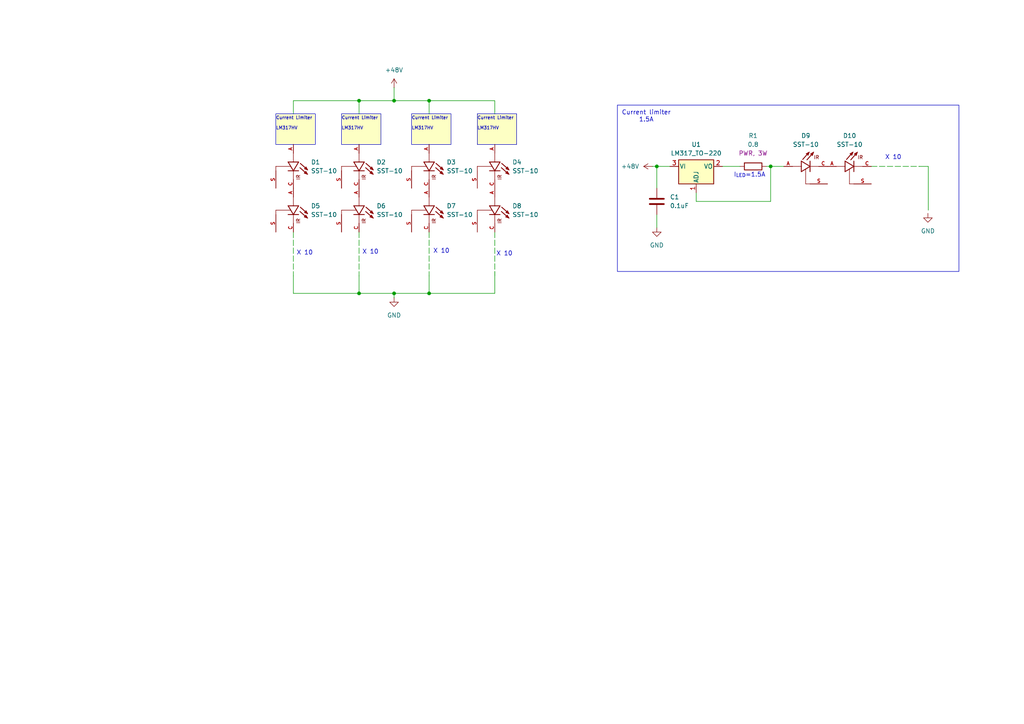
<source format=kicad_sch>
(kicad_sch (version 20231120) (generator "eeschema") (generator_version "8.0")
  (paper "A4")
  (lib_symbols
    (symbol "CE_SCH:SST-10-IRD-B90H-S810" (pin_names (offset 1.016))
      (property "Reference" "D" (at -7.62 5.08 0))
      (property "Value" "SST-10-IRD-B90H-S810" (at -7.62 -7.62 0))
      (symbol "SST-10-IRD-B90H-S810_0_0"
        (polyline (pts (xy -2.54 -1.524) (xy 0 0)) (stroke (width 0.254)))
        (polyline (pts (xy -2.54 0) (xy -5.08 0)) (stroke (width 0.1524)))
        (polyline (pts (xy -2.54 0) (xy -2.54 -1.524)) (stroke (width 0.254)))
        (polyline (pts (xy -2.54 1.524) (xy -2.54 0)) (stroke (width 0.254)))
        (polyline (pts (xy -1.27 -5.08) (xy -1.27 -0.7112)) (stroke (width 0.1524)))
        (polyline (pts (xy -0.3556 4.0386) (xy -2.1336 2.0066)) (stroke (width 0.254)))
        (polyline (pts (xy 0 -5.08) (xy -1.27 -5.08)) (stroke (width 0.1524)))
        (polyline (pts (xy 0 0) (xy -2.54 1.524)) (stroke (width 0.254)))
        (polyline (pts (xy 0 0) (xy 0 -1.524)) (stroke (width 0.254)))
        (polyline (pts (xy 0 1.524) (xy 0 0)) (stroke (width 0.254)))
        (polyline (pts (xy 0.889 3.937) (xy -0.889 1.905)) (stroke (width 0.254)))
        (polyline (pts (xy 2.54 0) (xy 0 0)) (stroke (width 0.1524)))
        (polyline (pts (xy -1.143 3.683) (xy -0.5715 3.175) (xy -0.1905 4.191) (xy -1.143 3.683)) (stroke (width 0.1524)) (fill (type outline)))
        (polyline (pts (xy 0.127 3.6195) (xy 0.6985 3.1115) (xy 1.0795 4.191) (xy 0.127 3.6195)) (stroke (width 0.1524)) (fill (type outline)))
        (text "IR" (at 1.016 2.032 0) (effects (font (size 1.016 1.016)) (justify left bottom)))
        (pin passive line (at -7.62 0 0) (length 2.54) (name "~") (number "A"))
        (pin passive line (at 5.08 0 180) (length 2.54) (name "~") (number "C"))
        (pin passive line (at 5.08 -5.08 180) (length 5.08) (name "~") (number "S"))
      )
    )
    (symbol "Device:C" (pin_numbers hide) (pin_names (offset 0.254))
      (property "Reference" "C" (at 0.635 2.54 0))
      (property "Value" "C" (at 0.635 -2.54 0))
      (symbol "C_0_1"
        (polyline (pts (xy -2.032 -0.762) (xy 2.032 -0.762)) (stroke (width 0.508)))
        (polyline (pts (xy -2.032 0.762) (xy 2.032 0.762)) (stroke (width 0.508)))
      )
      (symbol "C_1_1"
        (pin passive line (at 0 3.81 270) (length 2.794) (name "~") (number "1"))
        (pin passive line (at 0 -3.81 90) (length 2.794) (name "~") (number "2"))
      )
    )
    (symbol "Device:R" (pin_numbers hide) (pin_names (offset 0))
      (property "Reference" "R" (at 2.032 0 90))
      (property "Value" "R" (at 0 0 90))
      (symbol "R_0_1"
        (rectangle (start -1.016 -2.54) (end 1.016 2.54) (stroke (width 0.254)))
      )
      (symbol "R_1_1"
        (pin passive line (at 0 3.81 270) (length 1.27) (name "~") (number "1"))
        (pin passive line (at 0 -3.81 90) (length 1.27) (name "~") (number "2"))
      )
    )
    (symbol "Regulator_Linear:LM317_TO-220" (pin_names (offset 0.254))
      (property "Reference" "U" (at -3.81 3.175 0))
      (property "Value" "LM317_TO-220" (at 0 3.175 0))
      (symbol "LM317_TO-220_0_1"
        (rectangle (start -5.08 1.905) (end 5.08 -5.08) (stroke (width 0.254)) (fill (type background)))
      )
      (symbol "LM317_TO-220_1_1"
        (pin input line (at 0 -7.62 90) (length 2.54) (name "ADJ") (number "1"))
        (pin power_out line (at 7.62 0 180) (length 2.54) (name "VO") (number "2"))
        (pin power_in line (at -7.62 0 0) (length 2.54) (name "VI") (number "3"))
      )
    )
    (symbol "power:+48V" (power) (pin_numbers hide) (pin_names (offset 0) hide)
      (property "Value" "+48V" (at 0 3.556 0))
      (symbol "+48V_0_1"
        (polyline (pts (xy -0.762 1.27) (xy 0 2.54)))
        (polyline (pts (xy 0 0) (xy 0 2.54)))
        (polyline (pts (xy 0 2.54) (xy 0.762 1.27)))
      )
      (symbol "+48V_1_1"
        (pin power_in line (at 0 0 90) (length 0) (name "~") (number "1"))
      )
    )
    (symbol "power:GND" (power) (pin_numbers hide) (pin_names (offset 0) hide)
      (property "Value" "GND" (at 0 -3.81 0))
      (symbol "GND_0_1"
        (polyline (pts (xy 0 0) (xy 0 -1.27) (xy 1.27 -1.27) (xy 0 -2.54) (xy -1.27 -1.27) (xy 0 -1.27)))
      )
      (symbol "GND_1_1"
        (pin power_in line (at 0 0 270) (length 0) (name "~") (number "1"))
      )
    )
    (symbol "power:VCC" (power) (pin_numbers hide) (pin_names (offset 0) hide)
      (property "Value" "VCC" (at 0 3.556 0))
      (symbol "VCC_0_1"
        (polyline (pts (xy -0.762 1.27) (xy 0 2.54)))
        (polyline (pts (xy 0 0) (xy 0 2.54)))
        (polyline (pts (xy 0 2.54) (xy 0.762 1.27)))
      )
      (symbol "VCC_1_1"
        (pin power_in line (at 0 0 90) (length 0) (name "~") (number "1"))
      )
    )
  )
  (junction (at 104.14 85.09))
  (junction (at 104.14 29.21))
  (junction (at 190.5 48.26))
  (junction (at 124.46 85.09))
  (junction (at 114.3 29.21))
  (junction (at 114.3 85.09))
  (junction (at 223.52 48.26))
  (junction (at 124.46 29.21))
  (wire (pts (xy 143.51 85.09) (xy 124.46 85.09)))
  (wire (pts (xy 124.46 29.21) (xy 124.46 33.02)))
  (wire (pts (xy 104.14 29.21) (xy 104.14 33.02)))
  (wire (pts (xy 223.52 58.42) (xy 223.52 48.26)))
  (wire (pts (xy 85.09 67.31) (xy 85.09 80.01)) (stroke (width 0) (type dash)))
  (wire (pts (xy 124.46 80.01) (xy 124.46 85.09)))
  (wire (pts (xy 201.93 58.42) (xy 223.52 58.42)))
  (wire (pts (xy 85.09 85.09) (xy 85.09 80.01)))
  (wire (pts (xy 223.52 48.26) (xy 222.25 48.26)))
  (wire (pts (xy 190.5 48.26) (xy 194.31 48.26)))
  (wire (pts (xy 189.23 48.26) (xy 190.5 48.26)))
  (wire (pts (xy 114.3 85.09) (xy 104.14 85.09)))
  (wire (pts (xy 124.46 85.09) (xy 114.3 85.09)))
  (wire (pts (xy 104.14 29.21) (xy 85.09 29.21)))
  (wire (pts (xy 104.14 85.09) (xy 85.09 85.09)))
  (wire (pts (xy 223.52 48.26) (xy 227.33 48.26)))
  (wire (pts (xy 114.3 29.21) (xy 124.46 29.21)))
  (wire (pts (xy 209.55 48.26) (xy 214.63 48.26)))
  (wire (pts (xy 114.3 85.09) (xy 114.3 86.36)))
  (wire (pts (xy 114.3 29.21) (xy 104.14 29.21)))
  (wire (pts (xy 85.09 29.21) (xy 85.09 33.02)))
  (wire (pts (xy 143.51 78.74) (xy 143.51 85.09)))
  (wire (pts (xy 190.5 48.26) (xy 190.5 54.61)))
  (wire (pts (xy 269.24 48.26) (xy 266.7 48.26)))
  (wire (pts (xy 143.51 67.31) (xy 143.51 80.01)) (stroke (width 0) (type dash)))
  (wire (pts (xy 190.5 62.23) (xy 190.5 66.04)))
  (wire (pts (xy 269.24 60.96) (xy 269.24 48.26)))
  (wire (pts (xy 114.3 25.4) (xy 114.3 29.21)))
  (wire (pts (xy 252.73 48.26) (xy 266.7 48.26)) (stroke (width 0) (type dash)))
  (wire (pts (xy 143.51 29.21) (xy 143.51 33.02)))
  (wire (pts (xy 124.46 29.21) (xy 143.51 29.21)))
  (wire (pts (xy 104.14 67.31) (xy 104.14 80.01)) (stroke (width 0) (type dash)))
  (wire (pts (xy 104.14 80.01) (xy 104.14 85.09)))
  (wire (pts (xy 124.46 67.31) (xy 124.46 80.01)) (stroke (width 0) (type dash)))
  (wire (pts (xy 201.93 55.88) (xy 201.93 58.42)))
  (rectangle (start 179.07 30.48) (end 278.13 78.74))
  (rectangle (start 119.38 33.02) (end 130.81 41.91) (fill (type color) (color 253 255 196 1)))
  (rectangle (start 138.43 33.02) (end 149.86 41.91) (fill (type color) (color 253 255 196 1)))
  (rectangle (start 80.01 33.02) (end 91.44 41.91) (fill (type color) (color 253 255 196 1)))
  (rectangle (start 99.06 33.02) (end 110.49 41.91) (fill (type color) (color 253 255 196 1)))
  (text "I_{LED}=1.5A" (at 217.424 50.8 0) (effects (font (size 1.27 1.27))))
  (text "X 10" (at 88.392 73.406 0) (effects (font (size 1.27 1.27))))
  (text "X 10" (at 146.304 73.66 0) (effects (font (size 1.27 1.27))))
  (text "X 10" (at 128.016 72.898 0) (effects (font (size 1.27 1.27))))
  (text "Current Limiter\n\nLM317HV" (at 138.43 35.814 0) (effects (font (size 0.9144 0.9144)) (justify left)))
  (text "Current Limiter\n\nLM317HV" (at 80.01 35.814 0) (effects (font (size 0.9144 0.9144)) (justify left)))
  (text "X 10" (at 259.08 45.72 0) (effects (font (size 1.27 1.27))))
  (text "Current Limiter\n\nLM317HV" (at 119.38 35.814 0) (effects (font (size 0.9144 0.9144)) (justify left)))
  (text "Current Limiter\n\nLM317HV" (at 99.06 35.814 0) (effects (font (size 0.9144 0.9144)) (justify left)))
  (text "Current limiter\n1.5A" (at 187.452 33.782 0) (effects (font (size 1.27 1.27))))
  (text "X 10" (at 107.442 73.152 0) (effects (font (size 1.27 1.27))))
  (symbol (lib_id "Device:R") (at 218.44 48.26 90) (unit 1)
    (property "Reference" "R1" (at 218.44 39.37 90))
    (property "Value" "0.8" (at 218.44 41.91 90))
    (property "Datasheet" "PWR, 3W" (at 218.44 44.45 90))
    (property "Description" "Resistor" (effects (hide yes)))
  )
  (symbol (lib_id "CE_SCH:SST-10-IRD-B90H-S810") (at 85.09 62.23 270) (unit 1)
    (property "Reference" "D5" (at 90.17 59.7286 90) (effects (justify left)))
    (property "Value" "SST-10" (at 90.17 62.2686 90) (effects (justify left)))
    (property "Footprint" "CE_FP:LED_SST-10-IRD-B90H-S810" (effects (hide yes)))
    (property "MF" "Luminus Devices Inc." (effects (hide yes)))
    (property "MAXIMUM_PACKAGE_HEIGHT" "2.33 mm" (effects (hide yes)))
    (property "Package" "NON-STANDARD-3 Luminus Devices" (effects (hide yes)))
    (property "Price" "None" (effects (hide yes)))
    (property "Check_prices" "https://www.snapeda.com/parts/SST-10-IRD-B90H-S810/Luminus+Devices+Inc./view-part/?ref=eda" (effects (hide yes)))
    (property "STANDARD" "Manufacturer Recommendations" (effects (hide yes)))
    (property "PARTREV" "Rev 02" (effects (hide yes)))
    (property "SnapEDA_Link" "https://www.snapeda.com/parts/SST-10-IRD-B90H-S810/Luminus+Devices+Inc./view-part/?ref=snap" (effects (hide yes)))
    (property "MP" "SST-10-IRD-B90H-S810" (effects (hide yes)))
    (property "Purchase-URL" "https://www.snapeda.com/api/url_track_click_mouser/?unipart_id=6324441&manufacturer=Luminus Devices Inc.&part_name=SST-10-IRD-B90H-S810&search_term=None" (effects (hide yes)))
    (property "Description_1" "\nInfrared (IR) Emitter 810nm 3V 350mA 535mW @ 350mA (Typ) 90, 3.5mm x 3.5mm\n" (effects (hide yes)))
    (property "MANUFACTURER" "Luminus" (effects (hide yes)))
    (property "Availability" "In Stock" (effects (hide yes)))
    (property "SNAPEDA_PN" "SST-10-IRD-B90H-S810" (effects (hide yes)))
  )
  (symbol (lib_id "CE_SCH:SST-10-IRD-B90H-S810") (at 104.14 49.53 270) (unit 1)
    (property "Reference" "D2" (at 109.22 47.0286 90) (effects (justify left)))
    (property "Value" "SST-10" (at 109.22 49.5686 90) (effects (justify left)))
    (property "Footprint" "CE_FP:LED_SST-10-IRD-B90H-S810" (effects (hide yes)))
    (property "MF" "Luminus Devices Inc." (effects (hide yes)))
    (property "MAXIMUM_PACKAGE_HEIGHT" "2.33 mm" (effects (hide yes)))
    (property "Package" "NON-STANDARD-3 Luminus Devices" (effects (hide yes)))
    (property "Price" "None" (effects (hide yes)))
    (property "Check_prices" "https://www.snapeda.com/parts/SST-10-IRD-B90H-S810/Luminus+Devices+Inc./view-part/?ref=eda" (effects (hide yes)))
    (property "STANDARD" "Manufacturer Recommendations" (effects (hide yes)))
    (property "PARTREV" "Rev 02" (effects (hide yes)))
    (property "SnapEDA_Link" "https://www.snapeda.com/parts/SST-10-IRD-B90H-S810/Luminus+Devices+Inc./view-part/?ref=snap" (effects (hide yes)))
    (property "MP" "SST-10-IRD-B90H-S810" (effects (hide yes)))
    (property "Purchase-URL" "https://www.snapeda.com/api/url_track_click_mouser/?unipart_id=6324441&manufacturer=Luminus Devices Inc.&part_name=SST-10-IRD-B90H-S810&search_term=None" (effects (hide yes)))
    (property "Description_1" "\nInfrared (IR) Emitter 810nm 3V 350mA 535mW @ 350mA (Typ) 90, 3.5mm x 3.5mm\n" (effects (hide yes)))
    (property "MANUFACTURER" "Luminus" (effects (hide yes)))
    (property "Availability" "In Stock" (effects (hide yes)))
    (property "SNAPEDA_PN" "SST-10-IRD-B90H-S810" (effects (hide yes)))
  )
  (symbol (lib_id "power:GND") (at 269.133 61.9233 0) (unit 1)
    (property "Reference" "#PWR05" (effects (hide yes)))
    (property "Value" "GND" (at 269.133 67.0033 0))
    (property "Description" "Power symbol creates a global label with name \"GND\" , ground" (effects (hide yes)))
  )
  (symbol (lib_id "CE_SCH:SST-10-IRD-B90H-S810") (at 234.95 48.26 0) (unit 1)
    (property "Reference" "D9" (at 233.7187 39.37 0))
    (property "Value" "SST-10" (at 233.7187 41.91 0))
    (property "Footprint" "CE_FP:LED_SST-10-IRD-B90H-S810" (effects (hide yes)))
    (property "MF" "Luminus Devices Inc." (effects (hide yes)))
    (property "MAXIMUM_PACKAGE_HEIGHT" "2.33 mm" (effects (hide yes)))
    (property "Package" "NON-STANDARD-3 Luminus Devices" (effects (hide yes)))
    (property "Price" "None" (effects (hide yes)))
    (property "Check_prices" "https://www.snapeda.com/parts/SST-10-IRD-B90H-S810/Luminus+Devices+Inc./view-part/?ref=eda" (effects (hide yes)))
    (property "STANDARD" "Manufacturer Recommendations" (effects (hide yes)))
    (property "PARTREV" "Rev 02" (effects (hide yes)))
    (property "SnapEDA_Link" "https://www.snapeda.com/parts/SST-10-IRD-B90H-S810/Luminus+Devices+Inc./view-part/?ref=snap" (effects (hide yes)))
    (property "MP" "SST-10-IRD-B90H-S810" (effects (hide yes)))
    (property "Purchase-URL" "https://www.snapeda.com/api/url_track_click_mouser/?unipart_id=6324441&manufacturer=Luminus Devices Inc.&part_name=SST-10-IRD-B90H-S810&search_term=None" (effects (hide yes)))
    (property "Description_1" "\nInfrared (IR) Emitter 810nm 3V 350mA 535mW @ 350mA (Typ) 90, 3.5mm x 3.5mm\n" (effects (hide yes)))
    (property "MANUFACTURER" "Luminus" (effects (hide yes)))
    (property "Availability" "In Stock" (effects (hide yes)))
    (property "SNAPEDA_PN" "SST-10-IRD-B90H-S810" (effects (hide yes)))
  )
  (symbol (lib_id "CE_SCH:SST-10-IRD-B90H-S810") (at 124.46 62.23 270) (unit 1)
    (property "Reference" "D7" (at 129.54 59.7286 90) (effects (justify left)))
    (property "Value" "SST-10" (at 129.54 62.2686 90) (effects (justify left)))
    (property "Footprint" "CE_FP:LED_SST-10-IRD-B90H-S810" (effects (hide yes)))
    (property "MF" "Luminus Devices Inc." (effects (hide yes)))
    (property "MAXIMUM_PACKAGE_HEIGHT" "2.33 mm" (effects (hide yes)))
    (property "Package" "NON-STANDARD-3 Luminus Devices" (effects (hide yes)))
    (property "Price" "None" (effects (hide yes)))
    (property "Check_prices" "https://www.snapeda.com/parts/SST-10-IRD-B90H-S810/Luminus+Devices+Inc./view-part/?ref=eda" (effects (hide yes)))
    (property "STANDARD" "Manufacturer Recommendations" (effects (hide yes)))
    (property "PARTREV" "Rev 02" (effects (hide yes)))
    (property "SnapEDA_Link" "https://www.snapeda.com/parts/SST-10-IRD-B90H-S810/Luminus+Devices+Inc./view-part/?ref=snap" (effects (hide yes)))
    (property "MP" "SST-10-IRD-B90H-S810" (effects (hide yes)))
    (property "Purchase-URL" "https://www.snapeda.com/api/url_track_click_mouser/?unipart_id=6324441&manufacturer=Luminus Devices Inc.&part_name=SST-10-IRD-B90H-S810&search_term=None" (effects (hide yes)))
    (property "Description_1" "\nInfrared (IR) Emitter 810nm 3V 350mA 535mW @ 350mA (Typ) 90, 3.5mm x 3.5mm\n" (effects (hide yes)))
    (property "MANUFACTURER" "Luminus" (effects (hide yes)))
    (property "Availability" "In Stock" (effects (hide yes)))
    (property "SNAPEDA_PN" "SST-10-IRD-B90H-S810" (effects (hide yes)))
  )
  (symbol (lib_id "CE_SCH:SST-10-IRD-B90H-S810") (at 143.51 62.23 270) (unit 1)
    (property "Reference" "D8" (at 148.59 59.7286 90) (effects (justify left)))
    (property "Value" "SST-10" (at 148.59 62.2686 90) (effects (justify left)))
    (property "Footprint" "CE_FP:LED_SST-10-IRD-B90H-S810" (effects (hide yes)))
    (property "MF" "Luminus Devices Inc." (effects (hide yes)))
    (property "MAXIMUM_PACKAGE_HEIGHT" "2.33 mm" (effects (hide yes)))
    (property "Package" "NON-STANDARD-3 Luminus Devices" (effects (hide yes)))
    (property "Price" "None" (effects (hide yes)))
    (property "Check_prices" "https://www.snapeda.com/parts/SST-10-IRD-B90H-S810/Luminus+Devices+Inc./view-part/?ref=eda" (effects (hide yes)))
    (property "STANDARD" "Manufacturer Recommendations" (effects (hide yes)))
    (property "PARTREV" "Rev 02" (effects (hide yes)))
    (property "SnapEDA_Link" "https://www.snapeda.com/parts/SST-10-IRD-B90H-S810/Luminus+Devices+Inc./view-part/?ref=snap" (effects (hide yes)))
    (property "MP" "SST-10-IRD-B90H-S810" (effects (hide yes)))
    (property "Purchase-URL" "https://www.snapeda.com/api/url_track_click_mouser/?unipart_id=6324441&manufacturer=Luminus Devices Inc.&part_name=SST-10-IRD-B90H-S810&search_term=None" (effects (hide yes)))
    (property "Description_1" "\nInfrared (IR) Emitter 810nm 3V 350mA 535mW @ 350mA (Typ) 90, 3.5mm x 3.5mm\n" (effects (hide yes)))
    (property "MANUFACTURER" "Luminus" (effects (hide yes)))
    (property "Availability" "In Stock" (effects (hide yes)))
    (property "SNAPEDA_PN" "SST-10-IRD-B90H-S810" (effects (hide yes)))
  )
  (symbol (lib_id "CE_SCH:SST-10-IRD-B90H-S810") (at 85.09 49.53 270) (unit 1)
    (property "Reference" "D1" (at 90.17 47.0286 90) (effects (justify left)))
    (property "Value" "SST-10" (at 90.17 49.5686 90) (effects (justify left)))
    (property "Footprint" "CE_FP:LED_SST-10-IRD-B90H-S810" (effects (hide yes)))
    (property "MF" "Luminus Devices Inc." (effects (hide yes)))
    (property "MAXIMUM_PACKAGE_HEIGHT" "2.33 mm" (effects (hide yes)))
    (property "Package" "NON-STANDARD-3 Luminus Devices" (effects (hide yes)))
    (property "Price" "None" (effects (hide yes)))
    (property "Check_prices" "https://www.snapeda.com/parts/SST-10-IRD-B90H-S810/Luminus+Devices+Inc./view-part/?ref=eda" (effects (hide yes)))
    (property "STANDARD" "Manufacturer Recommendations" (effects (hide yes)))
    (property "PARTREV" "Rev 02" (effects (hide yes)))
    (property "SnapEDA_Link" "https://www.snapeda.com/parts/SST-10-IRD-B90H-S810/Luminus+Devices+Inc./view-part/?ref=snap" (effects (hide yes)))
    (property "MP" "SST-10-IRD-B90H-S810" (effects (hide yes)))
    (property "Purchase-URL" "https://www.snapeda.com/api/url_track_click_mouser/?unipart_id=6324441&manufacturer=Luminus Devices Inc.&part_name=SST-10-IRD-B90H-S810&search_term=None" (effects (hide yes)))
    (property "Description_1" "\nInfrared (IR) Emitter 810nm 3V 350mA 535mW @ 350mA (Typ) 90, 3.5mm x 3.5mm\n" (effects (hide yes)))
    (property "MANUFACTURER" "Luminus" (effects (hide yes)))
    (property "Availability" "In Stock" (effects (hide yes)))
    (property "SNAPEDA_PN" "SST-10-IRD-B90H-S810" (effects (hide yes)))
  )
  (symbol (lib_id "CE_SCH:SST-10-IRD-B90H-S810") (at 143.51 49.53 270) (unit 1)
    (property "Reference" "D4" (at 148.59 47.0286 90) (effects (justify left)))
    (property "Value" "SST-10" (at 148.59 49.5686 90) (effects (justify left)))
    (property "Footprint" "CE_FP:LED_SST-10-IRD-B90H-S810" (effects (hide yes)))
    (property "MF" "Luminus Devices Inc." (effects (hide yes)))
    (property "MAXIMUM_PACKAGE_HEIGHT" "2.33 mm" (effects (hide yes)))
    (property "Package" "NON-STANDARD-3 Luminus Devices" (effects (hide yes)))
    (property "Price" "None" (effects (hide yes)))
    (property "Check_prices" "https://www.snapeda.com/parts/SST-10-IRD-B90H-S810/Luminus+Devices+Inc./view-part/?ref=eda" (effects (hide yes)))
    (property "STANDARD" "Manufacturer Recommendations" (effects (hide yes)))
    (property "PARTREV" "Rev 02" (effects (hide yes)))
    (property "SnapEDA_Link" "https://www.snapeda.com/parts/SST-10-IRD-B90H-S810/Luminus+Devices+Inc./view-part/?ref=snap" (effects (hide yes)))
    (property "MP" "SST-10-IRD-B90H-S810" (effects (hide yes)))
    (property "Purchase-URL" "https://www.snapeda.com/api/url_track_click_mouser/?unipart_id=6324441&manufacturer=Luminus Devices Inc.&part_name=SST-10-IRD-B90H-S810&search_term=None" (effects (hide yes)))
    (property "Description_1" "\nInfrared (IR) Emitter 810nm 3V 350mA 535mW @ 350mA (Typ) 90, 3.5mm x 3.5mm\n" (effects (hide yes)))
    (property "MANUFACTURER" "Luminus" (effects (hide yes)))
    (property "Availability" "In Stock" (effects (hide yes)))
    (property "SNAPEDA_PN" "SST-10-IRD-B90H-S810" (effects (hide yes)))
  )
  (symbol (lib_id "CE_SCH:SST-10-IRD-B90H-S810") (at 104.14 62.23 270) (unit 1)
    (property "Reference" "D6" (at 109.22 59.7286 90) (effects (justify left)))
    (property "Value" "SST-10" (at 109.22 62.2686 90) (effects (justify left)))
    (property "Footprint" "CE_FP:LED_SST-10-IRD-B90H-S810" (effects (hide yes)))
    (property "MF" "Luminus Devices Inc." (effects (hide yes)))
    (property "MAXIMUM_PACKAGE_HEIGHT" "2.33 mm" (effects (hide yes)))
    (property "Package" "NON-STANDARD-3 Luminus Devices" (effects (hide yes)))
    (property "Price" "None" (effects (hide yes)))
    (property "Check_prices" "https://www.snapeda.com/parts/SST-10-IRD-B90H-S810/Luminus+Devices+Inc./view-part/?ref=eda" (effects (hide yes)))
    (property "STANDARD" "Manufacturer Recommendations" (effects (hide yes)))
    (property "PARTREV" "Rev 02" (effects (hide yes)))
    (property "SnapEDA_Link" "https://www.snapeda.com/parts/SST-10-IRD-B90H-S810/Luminus+Devices+Inc./view-part/?ref=snap" (effects (hide yes)))
    (property "MP" "SST-10-IRD-B90H-S810" (effects (hide yes)))
    (property "Purchase-URL" "https://www.snapeda.com/api/url_track_click_mouser/?unipart_id=6324441&manufacturer=Luminus Devices Inc.&part_name=SST-10-IRD-B90H-S810&search_term=None" (effects (hide yes)))
    (property "Description_1" "\nInfrared (IR) Emitter 810nm 3V 350mA 535mW @ 350mA (Typ) 90, 3.5mm x 3.5mm\n" (effects (hide yes)))
    (property "MANUFACTURER" "Luminus" (effects (hide yes)))
    (property "Availability" "In Stock" (effects (hide yes)))
    (property "SNAPEDA_PN" "SST-10-IRD-B90H-S810" (effects (hide yes)))
  )
  (symbol (lib_id "CE_SCH:SST-10-IRD-B90H-S810") (at 124.46 49.53 270) (unit 1)
    (property "Reference" "D3" (at 129.54 47.0286 90) (effects (justify left)))
    (property "Value" "SST-10" (at 129.54 49.5686 90) (effects (justify left)))
    (property "Footprint" "CE_FP:LED_SST-10-IRD-B90H-S810" (effects (hide yes)))
    (property "MF" "Luminus Devices Inc." (effects (hide yes)))
    (property "MAXIMUM_PACKAGE_HEIGHT" "2.33 mm" (effects (hide yes)))
    (property "Package" "NON-STANDARD-3 Luminus Devices" (effects (hide yes)))
    (property "Price" "None" (effects (hide yes)))
    (property "Check_prices" "https://www.snapeda.com/parts/SST-10-IRD-B90H-S810/Luminus+Devices+Inc./view-part/?ref=eda" (effects (hide yes)))
    (property "STANDARD" "Manufacturer Recommendations" (effects (hide yes)))
    (property "PARTREV" "Rev 02" (effects (hide yes)))
    (property "SnapEDA_Link" "https://www.snapeda.com/parts/SST-10-IRD-B90H-S810/Luminus+Devices+Inc./view-part/?ref=snap" (effects (hide yes)))
    (property "MP" "SST-10-IRD-B90H-S810" (effects (hide yes)))
    (property "Purchase-URL" "https://www.snapeda.com/api/url_track_click_mouser/?unipart_id=6324441&manufacturer=Luminus Devices Inc.&part_name=SST-10-IRD-B90H-S810&search_term=None" (effects (hide yes)))
    (property "Description_1" "\nInfrared (IR) Emitter 810nm 3V 350mA 535mW @ 350mA (Typ) 90, 3.5mm x 3.5mm\n" (effects (hide yes)))
    (property "MANUFACTURER" "Luminus" (effects (hide yes)))
    (property "Availability" "In Stock" (effects (hide yes)))
    (property "SNAPEDA_PN" "SST-10-IRD-B90H-S810" (effects (hide yes)))
  )
  (symbol (lib_id "power:VCC") (at 189.23 48.26 90) (unit 1)
    (property "Reference" "#PWR03" (effects (hide yes)))
    (property "Value" "+48V" (at 185.42 48.2599 90) (effects (justify left)))
    (property "Description" "Power symbol creates a global label with name \"VCC\"" (effects (hide yes)))
  )
  (symbol (lib_id "Regulator_Linear:LM317_TO-220") (at 201.93 48.26 0) (unit 1)
    (property "Reference" "U1" (at 201.93 41.91 0))
    (property "Value" "LM317_TO-220" (at 201.93 44.45 0))
    (property "Footprint" "Package_TO_SOT_THT:TO-220-3_Vertical" (effects (hide yes)))
    (property "Datasheet" "http://www.ti.com/lit/ds/symlink/lm317.pdf" (effects (hide yes)))
    (property "Description" "1.5A 35V Adjustable Linear Regulator, TO-220" (effects (hide yes)))
  )
  (symbol (lib_id "power:GND") (at 190.5 66.04 0) (unit 1)
    (property "Reference" "#PWR04" (effects (hide yes)))
    (property "Value" "GND" (at 190.5 71.12 0))
    (property "Description" "Power symbol creates a global label with name \"GND\" , ground" (effects (hide yes)))
  )
  (symbol (lib_id "CE_SCH:SST-10-IRD-B90H-S810") (at 247.65 48.26 0) (unit 1)
    (property "Reference" "D10" (at 246.4187 39.37 0))
    (property "Value" "SST-10" (at 246.4187 41.91 0))
    (property "Footprint" "CE_FP:LED_SST-10-IRD-B90H-S810" (effects (hide yes)))
    (property "MF" "Luminus Devices Inc." (effects (hide yes)))
    (property "MAXIMUM_PACKAGE_HEIGHT" "2.33 mm" (effects (hide yes)))
    (property "Package" "NON-STANDARD-3 Luminus Devices" (effects (hide yes)))
    (property "Price" "None" (effects (hide yes)))
    (property "Check_prices" "https://www.snapeda.com/parts/SST-10-IRD-B90H-S810/Luminus+Devices+Inc./view-part/?ref=eda" (effects (hide yes)))
    (property "STANDARD" "Manufacturer Recommendations" (effects (hide yes)))
    (property "PARTREV" "Rev 02" (effects (hide yes)))
    (property "SnapEDA_Link" "https://www.snapeda.com/parts/SST-10-IRD-B90H-S810/Luminus+Devices+Inc./view-part/?ref=snap" (effects (hide yes)))
    (property "MP" "SST-10-IRD-B90H-S810" (effects (hide yes)))
    (property "Purchase-URL" "https://www.snapeda.com/api/url_track_click_mouser/?unipart_id=6324441&manufacturer=Luminus Devices Inc.&part_name=SST-10-IRD-B90H-S810&search_term=None" (effects (hide yes)))
    (property "Description_1" "\nInfrared (IR) Emitter 810nm 3V 350mA 535mW @ 350mA (Typ) 90, 3.5mm x 3.5mm\n" (effects (hide yes)))
    (property "MANUFACTURER" "Luminus" (effects (hide yes)))
    (property "Availability" "In Stock" (effects (hide yes)))
    (property "SNAPEDA_PN" "SST-10-IRD-B90H-S810" (effects (hide yes)))
  )
  (symbol (lib_id "power:+48V") (at 114.3 25.4 0) (unit 1)
    (property "Reference" "#PWR01" (effects (hide yes)))
    (property "Value" "+48V" (at 114.3 20.32 0))
    (property "Description" "Power symbol creates a global label with name \"+48V\"" (effects (hide yes)))
  )
  (symbol (lib_id "Device:C") (at 190.5 58.42 0) (unit 1)
    (property "Reference" "C1" (at 194.31 57.1499 0) (effects (justify left)))
    (property "Value" "0.1uF" (at 194.31 59.6899 0) (effects (justify left)))
    (property "Description" "Unpolarized capacitor" (effects (hide yes)))
  )
  (symbol (lib_id "power:GND") (at 114.3 86.36 0) (unit 1)
    (property "Reference" "#PWR02" (effects (hide yes)))
    (property "Value" "GND" (at 114.3 91.44 0))
    (property "Description" "Power symbol creates a global label with name \"GND\" , ground" (effects (hide yes)))
  )
)
</source>
